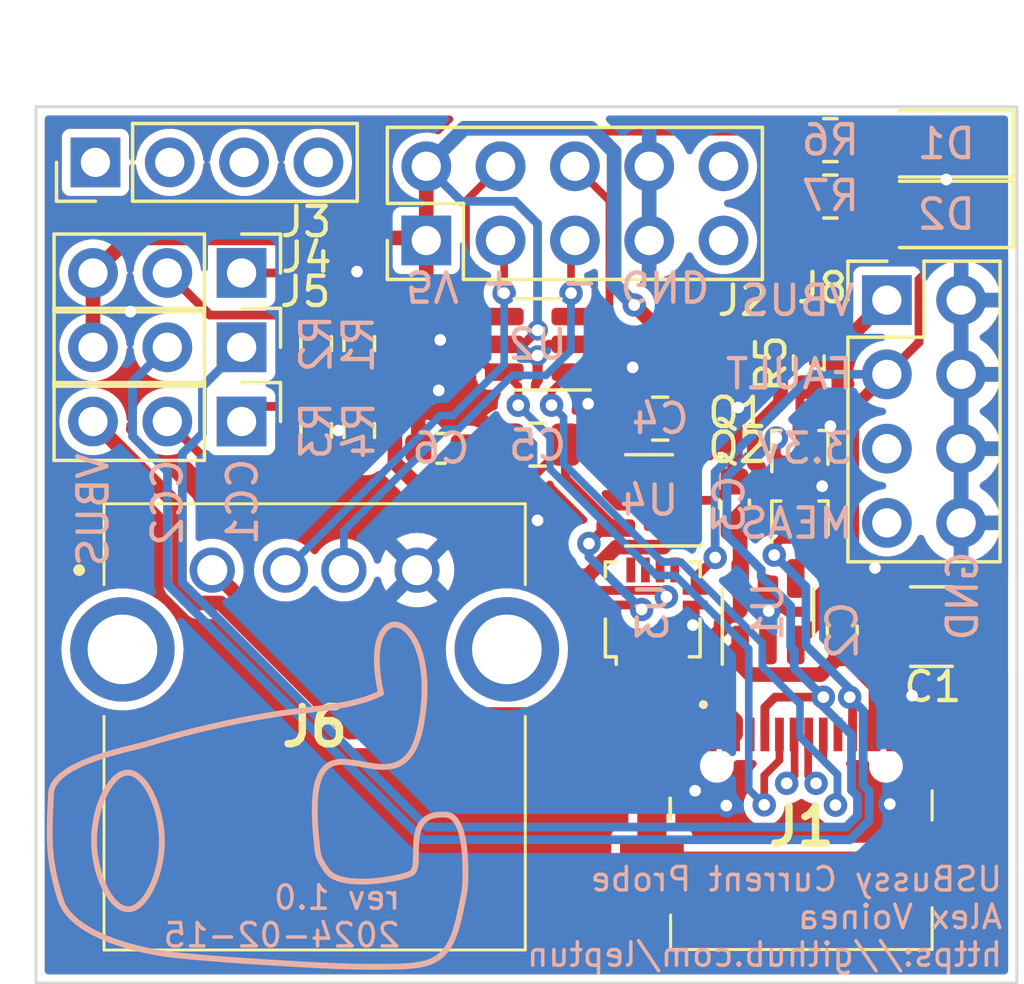
<source format=kicad_pcb>
(kicad_pcb (version 20221018) (generator pcbnew)
  (title_block (title "USBussy Current Probe") (date "2024-02-15") (rev "1.0"))
  (layers (0 "F.Cu" signal) (1 "In1.Cu" signal) (2 "In2.Cu" signal) (31 "B.Cu" signal) (34 "B.Paste" user) (35 "F.Paste" user) (36 "B.SilkS" user "B.Silkscreen") (37 "F.SilkS" user "F.Silkscreen") (38 "B.Mask" user) (39 "F.Mask" user) (44 "Edge.Cuts" user))
  (net 0 "")
  (net 1 "+5V")
  (net 2 "GND")
  (net 3 "+3.3V")
  (net 4 "Net-(D1-A)")
  (net 5 "/FAULT")
  (net 6 "Net-(D2-A)")
  (net 7 "/USB_C_VBUS")
  (net 8 "/USB_C_CC1")
  (net 9 "/P1+")
  (net 10 "/P1-")
  (net 12 "/USB_C_CC2")
  (net 14 "unconnected-(J1-SHIELD-PadS1)")
  (net 15 "/P0-")
  (net 16 "/P0+")
  (net 19 "Net-(J3-Pin_1)")
  (net 20 "Net-(J3-Pin_2)")
  (net 21 "Net-(J5-Pin_1)")
  (net 22 "Net-(J5-Pin_2)")
  (net 23 "unconnected-(J6-Shield-Pad5)")
  (net 25 "VBUS")
  (net 29 "/CURR_MEAS")
  (net 30 "Net-(Q1-D)")
  (footprint "Sensor_Current:Allegro_QFN-12-10-1EP_3x3mm_P0.5mm" (layer "F.Cu") (at 50.165 75.311 90)
    (fp_text reference "U3" (at 0 0 -90) (layer "B.SilkS") (effects (justify mirror)))
    (fp_text value "ACS711xEXLT-15AB")
    (pad "1" smd rect (at -1.32 -0.5 90) (size 1.07 0.8) (layers "F.Cu" "F.Paste" "F.Mask") (net 1 "+5V"))
    (pad "1" smd rect (at -0.785 -0.7 135) (size 0.2828 0.2828) (layers "F.Cu" "F.Paste" "F.Mask") (net 1 "+5V"))
    (pad "1" smd rect (at -0.685 -0.4 90) (size 0.2 0.6) (layers "F.Cu" "F.Paste" "F.Mask") (net 1 "+5V"))
    (pad "2" smd rect (at -1.32 0.5 90) (size 1.07 0.8) (layers "F.Cu" "F.Paste" "F.Mask") (net 25 "VBUS"))
    (pad "2" smd rect (at -0.785 0.7 135) (size 0.2828 0.2828) (layers "F.Cu" "F.Paste" "F.Mask") (net 25 "VBUS"))
    (pad "2" smd rect (at -0.685 0.4 90) (size 0.2 0.6) (layers "F.Cu" "F.Paste" "F.Mask") (net 25 "VBUS"))
    (pad "3" smd rect (at 0.23 1.45 90) (size 0.3 0.85) (layers "F.Cu" "F.Paste" "F.Mask") (net 2 "GND"))
    (pad "4" smd rect (at 0.73 1.45 90) (size 0.3 0.85) (layers "F.Cu" "F.Paste" "F.Mask") (net 5 "/FAULT"))
    (pad "5" smd rect (at 1.43 0.75 90) (size 0.85 0.3) (layers "F.Cu" "F.Paste" "F.Mask"))
    (pad "6" smd rect (at 1.43 0.25 90) (size 0.85 0.3) (layers "F.Cu" "F.Paste" "F.Mask"))
    (pad "7" smd rect (at 1.43 -0.25 90) (size 0.85 0.3) (layers "F.Cu" "F.Paste" "F.Mask"))
    (pad "8" smd rect (at 1.43 -0.75 90) (size 0.85 0.3) (layers "F.Cu" "F.Paste" "F.Mask"))
    (pad "9" smd rect (at 0.73 -1.45 90) (size 0.3 0.85) (layers "F.Cu" "F.Paste" "F.Mask") (net 29 "/CURR_MEAS"))
    (pad "10" smd rect (at 0.23 -1.45 90) (size 0.3 0.85) (layers "F.Cu" "F.Paste" "F.Mask") (net 3 "+3.3V"))
  )
  (footprint "LED_SMD:LED_1206_3216Metric" (layer "F.Cu") (at 60.198 59.309 180)
    (fp_text reference "D1" (at 0 0) (layer "B.SilkS") (effects (justify mirror)))
    (fp_text value "POWER")
    (pad "1" smd roundrect (at -1.4 0 180) (size 1.25 1.75) (layers "F.Cu" "F.Paste" "F.Mask") (roundrect_rratio 0.2) (net 2 "GND"))
    (pad "2" smd roundrect (at 1.4 0 180) (size 1.25 1.75) (layers "F.Cu" "F.Paste" "F.Mask") (roundrect_rratio 0.2) (net 4 "Net-(D1-A)"))
  )
  (footprint "Resistor_SMD:R_0603_1608Metric" (layer "F.Cu") (at 40.132 69.1134 90)
    (fp_text reference "R4" (at 0 0 -90) (layer "B.SilkS") (effects (justify mirror)))
    (fp_text value "5.1K")
    (pad "1" smd roundrect (at -0.825 0 90) (size 0.8 0.95) (layers "F.Cu" "F.Paste" "F.Mask") (net 22 "Net-(J5-Pin_2)"))
    (pad "2" smd roundrect (at 0.825 0 90) (size 0.8 0.95) (layers "F.Cu" "F.Paste" "F.Mask") (net 2 "GND"))
  )
  (footprint "Connector_PinHeader_2.54mm:PinHeader_1x03_P2.54mm_Vertical" (layer "F.Cu") (at 36.111301 66.265699 -90)
    (fp_text reference "J4" (at -3.070499 -2.217299 -180) (layer "F.SilkS"))
    (fp_text value "CFG_COM")
    (pad "1" thru_hole rect (at 0 0 270) (size 1.7 1.7) (drill 1) (layers "*.Cu" "*.Mask") (net 8 "/USB_C_CC1"))
    (pad "2" thru_hole oval (at 0 2.54 270) (size 1.7 1.7) (drill 1) (layers "*.Cu" "*.Mask") (net 12 "/USB_C_CC2"))
    (pad "3" thru_hole oval (at 0 5.08 270) (size 1.7 1.7) (drill 1) (layers "*.Cu" "*.Mask") (net 1 "+5V"))
  )
  (footprint "leptunKicadLib:USB4110-GF-A" (layer "F.Cu") (at 55.245 83.185)
    (fp_text reference "J1" (at 0 -0.536) (layer "F.SilkS") (effects (font (size 1.27 1.27) (thickness 0.254))))
    (fp_text value "USB_C_Receptacle_USB2.0" hide)
    (pad "" np_thru_hole circle (at -2.89 -2.603) (size 0.65 0.65) (drill 0.65) (layers "*.Cu" "*.Mask"))
    (pad "" np_thru_hole circle (at 2.89 -2.603) (size 0.65 0.65) (drill 0.65) (layers "*.Cu" "*.Mask"))
    (pad "A1" smd rect (at -3.35 -3.678) (size 0.3 1.15) (layers "F.Cu" "F.Paste" "F.Mask") (net 2 "GND"))
    (pad "A4" smd rect (at -2.55 -3.678) (size 0.3 1.15) (layers "F.Cu" "F.Paste" "F.Mask") (net 7 "/USB_C_VBUS"))
    (pad "A5" smd rect (at -1.25 -3.678) (size 0.3 1.15) (layers "F.Cu" "F.Paste" "F.Mask") (net 8 "/USB_C_CC1"))
    (pad "A6" smd rect (at -0.25 -3.678) (size 0.3 1.15) (layers "F.Cu" "F.Paste" "F.Mask") (net 9 "/P1+"))
    (pad "A7" smd rect (at 0.25 -3.678) (size 0.3 1.15) (layers "F.Cu" "F.Paste" "F.Mask") (net 10 "/P1-"))
    (pad "A8" smd rect (at 1.25 -3.678) (size 0.3 1.15) (layers "F.Cu" "F.Paste" "F.Mask"))
    (pad "A9" smd rect (at 2.55 -3.678) (size 0.3 1.15) (layers "F.Cu" "F.Paste" "F.Mask") (net 7 "/USB_C_VBUS"))
    (pad "A12" smd rect (at 3.35 -3.678) (size 0.3 1.15) (layers "F.Cu" "F.Paste" "F.Mask") (net 2 "GND"))
    (pad "B1" smd rect (at 3.05 -3.678) (size 0.3 1.15) (layers "F.Cu" "F.Paste" "F.Mask") (net 2 "GND"))
    (pad "B4" smd rect (at 2.25 -3.678) (size 0.3 1.15) (layers "F.Cu" "F.Paste" "F.Mask") (net 7 "/USB_C_VBUS"))
    (pad "B5" smd rect (at 1.75 -3.678) (size 0.3 1.15) (layers "F.Cu" "F.Paste" "F.Mask") (net 12 "/USB_C_CC2"))
    (pad "B6" smd rect (at 0.75 -3.678) (size 0.3 1.15) (layers "F.Cu" "F.Paste" "F.Mask") (net 9 "/P1+"))
    (pad "B7" smd rect (at -0.75 -3.678) (size 0.3 1.15) (layers "F.Cu" "F.Paste" "F.Mask") (net 10 "/P1-"))
    (pad "B8" smd rect (at -1.75 -3.678) (size 0.3 1.15) (layers "F.Cu" "F.Paste" "F.Mask"))
    (pad "B9" smd rect (at -2.25 -3.678) (size 0.3 1.15) (layers "F.Cu" "F.Paste" "F.Mask") (net 7 "/USB_C_VBUS"))
    (pad "B12" smd rect (at -3.05 -3.678) (size 0.3 1.15) (layers "F.Cu" "F.Paste" "F.Mask") (net 2 "GND"))
    (pad "S1" smd rect (at -5.11 -3.103 90) (size 2 2.18) (layers "F.Cu" "F.Paste" "F.Mask") (net 14 "unconnected-(J1-SHIELD-PadS1)"))
    (pad "S1" smd rect (at -5.11 0.827 90) (size 2 2.18) (layers "F.Cu" "F.Paste" "F.Mask") (net 14 "unconnected-(J1-SHIELD-PadS1)"))
    (pad "S1" smd rect (at 5.11 -3.103 90) (size 2 2.18) (layers "F.Cu" "F.Paste" "F.Mask") (net 14 "unconnected-(J1-SHIELD-PadS1)"))
    (pad "S1" smd rect (at 5.11 0.827 90) (size 2 2.18) (layers "F.Cu" "F.Paste" "F.Mask") (net 14 "unconnected-(J1-SHIELD-PadS1)"))
  )
  (footprint "Package_TO_SOT_SMD:SOT-416" (layer "F.Cu") (at 55.1942 72.0344 90)
    (fp_text reference "Q2" (at 2.3368 -2.1336) (layer "F.SilkS"))
    (fp_text value "RE1C002UN")
    (pad "1" smd rect (at -0.65 -0.5 90) (size 0.6 0.5) (layers "F.Cu" "F.Paste" "F.Mask") (net 12 "/USB_C_CC2"))
    (pad "2" smd rect (at -0.65 0.5 90) (size 0.6 0.5) (layers "F.Cu" "F.Paste" "F.Mask") (net 2 "GND"))
    (pad "3" smd rect (at 0.65 0 90) (size 0.6 0.5) (layers "F.Cu" "F.Paste" "F.Mask") (net 30 "Net-(Q1-D)"))
  )
  (footprint "Capacitor_SMD:C_0603_1608Metric" (layer "F.Cu") (at 42.926 69.723 180)
    (fp_text reference "C6" (at 0 0) (layer "B.SilkS") (effects (justify mirror)))
    (fp_text value "100nF")
    (pad "1" smd roundrect (at -0.775 0 180) (size 0.9 0.95) (layers "F.Cu" "F.Paste" "F.Mask") (net 3 "+3.3V"))
    (pad "2" smd roundrect (at 0.775 0 180) (size 0.9 0.95) (layers "F.Cu" "F.Paste" "F.Mask") (net 2 "GND"))
  )
  (footprint "Capacitor_SMD:C_0603_1608Metric" (layer "F.Cu") (at 52.959 71.628 -90)
    (fp_text reference "C3" (at 0 0.1778 -270) (layer "B.SilkS") (effects (justify mirror)))
    (fp_text value "100nF")
    (pad "1" smd roundrect (at -0.775 0 270) (size 0.9 0.95) (layers "F.Cu" "F.Paste" "F.Mask") (net 2 "GND"))
    (pad "2" smd roundrect (at 0.775 0 270) (size 0.9 0.95) (layers "F.Cu" "F.Paste" "F.Mask") (net 25 "VBUS"))
  )
  (footprint "Capacitor_SMD:C_0805_2012Metric" (layer "F.Cu") (at 50.419 68.707 180)
    (fp_text reference "C4" (at 0 0 -360) (layer "B.SilkS") (effects (justify mirror)))
    (fp_text value "1uF")
    (pad "1" smd roundrect (at -0.95 0 180) (size 1 1.45) (layers "F.Cu" "F.Paste" "F.Mask") (net 1 "+5V"))
    (pad "2" smd roundrect (at 0.95 0 180) (size 1 1.45) (layers "F.Cu" "F.Paste" "F.Mask") (net 2 "GND"))
  )
  (footprint "Package_TO_SOT_SMD:SOT-23-6" (layer "F.Cu") (at 46.228 66.167 180)
    (fp_text reference "U2" (at 0 0) (layer "B.SilkS") (effects (justify mirror)))
    (fp_text value "USBLC6-4SC6")
    (pad "1" smd roundrect (at -1.1375 -0.95 180) (size 1.325 0.6) (layers "F.Cu" "F.Paste" "F.Mask") (net 9 "/P1+"))
    (pad "2" smd roundrect (at -1.1375 0 180) (size 1.325 0.6) (layers "F.Cu" "F.Paste" "F.Mask") (net 2 "GND"))
    (pad "3" smd roundrect (at -1.1375 0.95 180) (size 1.325 0.6) (layers "F.Cu" "F.Paste" "F.Mask") (net 16 "/P0+"))
    (pad "4" smd roundrect (at 1.1375 0.95 180) (size 1.325 0.6) (layers "F.Cu" "F.Paste" "F.Mask") (net 15 "/P0-"))
    (pad "5" smd roundrect (at 1.1375 0 180) (size 1.325 0.6) (layers "F.Cu" "F.Paste" "F.Mask") (net 1 "+5V"))
    (pad "6" smd roundrect (at 1.1375 -0.95 180) (size 1.325 0.6) (layers "F.Cu" "F.Paste" "F.Mask") (net 10 "/P1-"))
  )
  (footprint "Package_TO_SOT_SMD:SOT-23-5" (layer "F.Cu") (at 50.038 71.501 180)
    (fp_text reference "U4" (at 0 0) (layer "B.SilkS") (effects (justify mirror)))
    (fp_text value "AP2112K-3.3")
    (pad "1" smd roundrect (at -1.1375 -0.95 180) (size 1.325 0.6) (layers "F.Cu" "F.Paste" "F.Mask") (net 1 "+5V"))
    (pad "2" smd roundrect (at -1.1375 0 180) (size 1.325 0.6) (layers "F.Cu" "F.Paste" "F.Mask") (net 2 "GND"))
    (pad "3" smd roundrect (at -1.1375 0.95 180) (size 1.325 0.6) (layers "F.Cu" "F.Paste" "F.Mask") (net 1 "+5V"))
    (pad "4" smd roundrect (at 1.1375 0.95 180) (size 1.325 0.6) (layers "F.Cu" "F.Paste" "F.Mask"))
    (pad "5" smd roundrect (at 1.1375 -0.95 180) (size 1.325 0.6) (layers "F.Cu" "F.Paste" "F.Mask") (net 3 "+3.3V"))
  )
  (footprint "LED_SMD:LED_1206_3216Metric" (layer "F.Cu") (at 60.198 61.722 180)
    (fp_text reference "D2" (at 0 0) (layer "B.SilkS") (effects (justify mirror)))
    (fp_text value "FAULT")
    (pad "1" smd roundrect (at -1.4 0 180) (size 1.25 1.75) (layers "F.Cu" "F.Paste" "F.Mask") (roundrect_rratio 0.2) (net 5 "/FAULT"))
    (pad "2" smd roundrect (at 1.4 0 180) (size 1.25 1.75) (layers "F.Cu" "F.Paste" "F.Mask") (roundrect_rratio 0.2) (net 6 "Net-(D2-A)"))
  )
  (footprint "Connector_PinHeader_2.54mm:PinHeader_1x03_P2.54mm_Vertical" (layer "F.Cu") (at 36.111301 63.725699 -90)
    (fp_text reference "J3" (at -1.749699 -2.202299) (layer "F.SilkS"))
    (fp_text value "CFG_OPT1")
    (pad "1" thru_hole rect (at 0 0 270) (size 1.7 1.7) (drill 1) (layers "*.Cu" "*.Mask") (net 19 "Net-(J3-Pin_1)"))
    (pad "2" thru_hole oval (at 0 2.54 270) (size 1.7 1.7) (drill 1) (layers "*.Cu" "*.Mask") (net 20 "Net-(J3-Pin_2)"))
    (pad "3" thru_hole oval (at 0 5.08 270) (size 1.7 1.7) (drill 1) (layers "*.Cu" "*.Mask") (net 1 "+5V"))
  )
  (footprint "Connector_PinHeader_2.54mm:PinHeader_1x04_P2.54mm_Vertical" (layer "F.Cu") (at 31.115 59.944 90)
    (fp_text reference "J7" hide)
    (fp_text value "Jumper holder")
    (pad "1" thru_hole rect (at 0 0 90) (size 1.7 1.7) (drill 1) (layers "*.Cu" "*.Mask"))
    (pad "2" thru_hole oval (at 0 2.54 90) (size 1.7 1.7) (drill 1) (layers "*.Cu" "*.Mask"))
    (pad "3" thru_hole oval (at 0 5.08 90) (size 1.7 1.7) (drill 1) (layers "*.Cu" "*.Mask"))
    (pad "4" thru_hole oval (at 0 7.62 90) (size 1.7 1.7) (drill 1) (layers "*.Cu" "*.Mask"))
  )
  (footprint "Resistor_SMD:R_0603_1608Metric" (layer "F.Cu") (at 40.132 66.1416 -90)
    (fp_text reference "R1" (at 0.0254 0.0254 -270) (layer "B.SilkS") (effects (justify mirror)))
    (fp_text value "52.3K")
    (pad "1" smd roundrect (at -0.825 0 270) (size 0.8 0.95) (layers "F.Cu" "F.Paste" "F.Mask") (net 19 "Net-(J3-Pin_1)"))
    (pad "2" smd roundrect (at 0.825 0 270) (size 0.8 0.95) (layers "F.Cu" "F.Paste" "F.Mask") (net 1 "+5V"))
  )
  (footprint "Resistor_SMD:R_0805_2012Metric" (layer "F.Cu") (at 56.2356 61.1124 180)
    (fp_text reference "R7" (at 0 0.0254) (layer "B.SilkS") (effects (justify mirror)))
    (fp_text value "1K")
    (pad "1" smd roundrect (at -0.9125 0 180) (size 1.025 1.4) (layers "F.Cu" "F.Paste" "F.Mask") (roundrect_rratio 0.243902439) (net 6 "Net-(D2-A)"))
    (pad "2" smd roundrect (at 0.9125 0 180) (size 1.025 1.4) (layers "F.Cu" "F.Paste" "F.Mask") (roundrect_rratio 0.243902439) (net 1 "+5V"))
  )
  (footprint "Resistor_SMD:R_0805_2012Metric" (layer "F.Cu") (at 56.2356 59.182 180)
    (fp_text reference "R6" (at 0 0) (layer "B.SilkS") (effects (justify mirror)))
    (fp_text value "1K")
    (pad "1" smd roundrect (at -0.9125 0 180) (size 1.025 1.4) (layers "F.Cu" "F.Paste" "F.Mask") (roundrect_rratio 0.243902439) (net 4 "Net-(D1-A)"))
    (pad "2" smd roundrect (at 0.9125 0 180) (size 1.025 1.4) (layers "F.Cu" "F.Paste" "F.Mask") (roundrect_rratio 0.243902439) (net 1 "+5V"))
  )
  (footprint "leptunKicadLib:67643-0910" (layer "F.Cu") (at 35.108 73.888)
    (fp_text reference "J6" (at 3.5 5.36) (layer "F.SilkS") (effects (font (size 1.27 1.27) (thickness 0.254))))
    (fp_text value "USB_A" hide)
    (pad "1" thru_hole circle (at 0 0) (size 1.545 1.545) (drill 1.03) (layers "*.Cu" "*.Mask") (net 25 "VBUS"))
    (pad "2" thru_hole circle (at 2.5 0) (size 1.545 1.545) (drill 1.03) (layers "*.Cu" "*.Mask") (net 15 "/P0-"))
    (pad "3" thru_hole circle (at 4.5 0) (size 1.545 1.545) (drill 1.03) (layers "*.Cu" "*.Mask") (net 16 "/P0+"))
    (pad "4" thru_hole circle (at 7 0) (size 1.545 1.545) (drill 1.03) (layers "*.Cu" "*.Mask") (net 2 "GND"))
    (pad "5" thru_hole circle (at -3.07 2.71) (size 3.57 3.57) (drill 2.38) (layers "*.Cu" "*.Mask") (net 23 "unconnected-(J6-Shield-Pad5)"))
    (pad "5" thru_hole circle (at 10.07 2.71) (size 3.57 3.57) (drill 2.38) (layers "*.Cu" "*.Mask") (net 23 "unconnected-(J6-Shield-Pad5)"))
  )
  (footprint "Resistor_SMD:R_0603_1608Metric" (layer "F.Cu") (at 38.6588 69.1134 -90)
    (fp_text reference "R3" (at 0 0 -90) (layer "B.SilkS") (effects (justify mirror)))
    (fp_text value "5.1K")
    (pad "1" smd roundrect (at -0.825 0 270) (size 0.8 0.95) (layers "F.Cu" "F.Paste" "F.Mask") (net 21 "Net-(J5-Pin_1)"))
    (pad "2" smd roundrect (at 0.825 0 270) (size 0.8 0.95) (layers "F.Cu" "F.Paste" "F.Mask") (net 2 "GND"))
  )
  (footprint "Connector_PinHeader_2.54mm:PinHeader_1x03_P2.54mm_Vertical" (layer "F.Cu") (at 36.111301 68.805699 -90)
    (fp_text reference "J5" (at -4.442099 -2.176899) (layer "F.SilkS"))
    (fp_text value "CFG_OPT2")
    (pad "1" thru_hole rect (at 0 0 270) (size 1.7 1.7) (drill 1) (layers "*.Cu" "*.Mask") (net 21 "Net-(J5-Pin_1)"))
    (pad "2" thru_hole oval (at 0 2.54 270) (size 1.7 1.7) (drill 1) (layers "*.Cu" "*.Mask") (net 22 "Net-(J5-Pin_2)"))
    (pad "3" thru_hole oval (at 0 5.08 270) (size 1.7 1.7) (drill 1) (layers "*.Cu" "*.Mask") (net 7 "/USB_C_VBUS"))
  )
  (footprint "Resistor_SMD:R_0603_1608Metric" (layer "F.Cu") (at 55.499 66.802 -90)
    (fp_text reference "R5" (at 0.0254 1.2954 90) (layer "F.SilkS"))
    (fp_text value "10K")
    (pad "1" smd roundrect (at -0.825 0 270) (size 0.8 0.95) (layers "F.Cu" "F.Paste" "F.Mask") (net 25 "VBUS"))
    (pad "2" smd roundrect (at 0.825 0 270) (size 0.8 0.95) (layers "F.Cu" "F.Paste" "F.Mask") (net 30 "Net-(Q1-D)"))
  )
  (footprint "Connector_PinHeader_2.54mm:PinHeader_2x04_P2.54mm_Vertical" (layer "F.Cu") (at 58.166 64.653)
    (fp_text reference "J8" (at -2.2098 -0.4164) (layer "F.SilkS"))
    (fp_text value "MEAS")
    (pad "1" thru_hole rect (at 0 0) (size 1.7 1.7) (drill 1) (layers "*.Cu" "*.Mask") (net 25 "VBUS"))
    (pad "2" thru_hole oval (at 2.54 0) (size 1.7 1.7) (drill 1) (layers "*.Cu" "*.Mask") (net 2 "GND"))
    (pad "3" thru_hole oval (at 0 2.54) (size 1.7 1.7) (drill 1) (layers "*.Cu" "*.Mask") (net 5 "/FAULT"))
    (pad "4" thru_hole oval (at 2.54 2.54) (size 1.7 1.7) (drill 1) (layers "*.Cu" "*.Mask") (net 2 "GND"))
    (pad "5" thru_hole oval (at 0 5.08) (size 1.7 1.7) (drill 1) (layers "*.Cu" "*.Mask") (net 3 "+3.3V"))
    (pad "6" thru_hole oval (at 2.54 5.08) (size 1.7 1.7) (drill 1) (layers "*.Cu" "*.Mask") (net 2 "GND"))
    (pad "7" thru_hole oval (at 0 7.62) (size 1.7 1.7) (drill 1) (layers "*.Cu" "*.Mask") (net 29 "/CURR_MEAS"))
    (pad "8" thru_hole oval (at 2.54 7.62) (size 1.7 1.7) (drill 1) (layers "*.Cu" "*.Mask") (net 2 "GND"))
  )
  (footprint "Capacitor_SMD:C_0805_2012Metric" (layer "F.Cu") (at 46.228 69.596 180)
    (fp_text reference "C5" (at 0 -0.0254) (layer "B.SilkS") (effects (justify mirror)))
    (fp_text value "1uF")
    (pad "1" smd roundrect (at -0.95 0 180) (size 1 1.45) (layers "F.Cu" "F.Paste" "F.Mask") (net 3 "+3.3V"))
    (pad "2" smd roundrect (at 0.95 0 180) (size 1 1.45) (layers "F.Cu" "F.Paste" "F.Mask") (net 2 "GND"))
  )
  (footprint "Package_TO_SOT_SMD:SOT-416" (layer "F.Cu") (at 55.1942 69.6214 90)
    (fp_text reference "Q1" (at 1.1176 -2.1336 180) (layer "F.SilkS"))
    (fp_text value "RE1C002UN")
    (pad "1" smd rect (at -0.65 -0.5 90) (size 0.6 0.5) (layers "F.Cu" "F.Paste" "F.Mask") (net 8 "/USB_C_CC1"))
    (pad "2" smd rect (at -0.65 0.5 90) (size 0.6 0.5) (layers "F.Cu" "F.Paste" "F.Mask") (net 2 "GND"))
    (pad "3" smd rect (at 0.65 0 90) (size 0.6 0.5) (layers "F.Cu" "F.Paste" "F.Mask") (net 30 "Net-(Q1-D)"))
  )
  (footprint "Capacitor_SMD:C_1210_3225Metric" (layer "F.Cu") (at 59.69 75.819 180)
    (fp_text reference "C1" (at -0.0508 -2.0574) (layer "F.SilkS"))
    (fp_text value "22uF")
    (pad "1" smd roundrect (at -1.475 0 180) (size 1.15 2.7) (layers "F.Cu" "F.Paste" "F.Mask") (roundrect_rratio 0.2173913043) (net 2 "GND"))
    (pad "2" smd roundrect (at 1.475 0 180) (size 1.15 2.7) (layers "F.Cu" "F.Paste" "F.Mask") (roundrect_rratio 0.2173913043) (net 7 "/USB_C_VBUS"))
  )
  (footprint "Resistor_SMD:R_0603_1608Metric" (layer "F.Cu") (at 38.6588 66.1416 -90)
    (fp_text reference "R2" (at 0 0 -270) (layer "B.SilkS") (effects (justify mirror)))
    (fp_text value "52.3K")
    (pad "1" smd roundrect (at -0.825 0 270) (size 0.8 0.95) (layers "F.Cu" "F.Paste" "F.Mask") (net 20 "Net-(J3-Pin_2)"))
    (pad "2" smd roundrect (at 0.825 0 270) (size 0.8 0.95) (layers "F.Cu" "F.Paste" "F.Mask") (net 1 "+5V"))
  )
  (footprint "Connector_PinHeader_2.54mm:PinHeader_2x05_P2.54mm_Vertical" (layer "F.Cu") (at 42.423 62.616 90)
    (fp_text reference "J2" (at -2.0524 10.8154 180) (layer "F.SilkS"))
    (fp_text value "Mobo header")
    (pad "1" thru_hole rect (at 0 0 90) (size 1.7 1.7) (drill 1) (layers "*.Cu" "*.Mask") (net 1 "+5V"))
    (pad "2" thru_hole oval (at 2.54 0 90) (size 1.7 1.7) (drill 1) (layers "*.Cu" "*.Mask") (net 1 "+5V"))
    (pad "3" thru_hole oval (at 0 2.54 90) (size 1.7 1.7) (drill 1) (layers "*.Cu" "*.Mask") (net 15 "/P0-"))
    (pad "4" thru_hole oval (at 2.54 2.54 90) (size 1.7 1.7) (drill 1) (layers "*.Cu" "*.Mask") (net 10 "/P1-"))
    (pad "5" thru_hole oval (at 0 5.08 90) (size 1.7 1.7) (drill 1) (layers "*.Cu" "*.Mask") (net 16 "/P0+"))
    (pad "6" thru_hole oval (at 2.54 5.08 90) (size 1.7 1.7) (drill 1) (layers "*.Cu" "*.Mask") (net 9 "/P1+"))
    (pad "7" thru_hole oval (at 0 7.62 90) (size 1.7 1.7) (drill 1) (layers "*.Cu" "*.Mask") (net 2 "GND"))
    (pad "8" thru_hole oval (at 2.54 7.62 90) (size 1.7 1.7) (drill 1) (layers "*.Cu" "*.Mask") (net 2 "GND"))
    (pad "9" thru_hole oval (at 0 10.16 90) (size 1.7 1.7) (drill 1) (layers "*.Cu" "*.Mask"))
    (pad "10" thru_hole oval (at 2.54 10.16 90) (size 1.7 1.7) (drill 1) (layers "*.Cu" "*.Mask"))
  )
  (footprint "Capacitor_SMD:C_0603_1608Metric" (layer "F.Cu") (at 56.642 75.946 -90)
    (fp_text reference "C2" (at 0 0 -90) (layer "B.SilkS") (effects (justify mirror)))
    (fp_text value "100nF")
    (pad "1" smd roundrect (at -0.775 0 270) (size 0.9 0.95) (layers "F.Cu" "F.Paste" "F.Mask") (net 2 "GND"))
    (pad "2" smd roundrect (at 0.775 0 270) (size 0.9 0.95) (layers "F.Cu" "F.Paste" "F.Mask") (net 7 "/USB_C_VBUS"))
  )
  (footprint "Package_TO_SOT_SMD:SOT-23-5" (layer "F.Cu") (at 54.102 75.311 90)
    (fp_text reference "U1" (at 0 0 -270) (layer "B.SilkS") (effects (justify mirror)))
    (fp_text value "AP2151W")
    (pad "1" smd roundrect (at -1.1375 -0.95 90) (size 1.325 0.6) (layers "F.Cu" "F.Paste" "F.Mask") (net 7 "/USB_C_VBUS"))
    (pad "2" smd roundrect (at -1.1375 0 90) (size 1.325 0.6) (layers "F.Cu" "F.Paste" "F.Mask") (net 2 "GND"))
    (pad "3" smd roundrect (at -1.1375 0.95 90) (size 1.325 0.6) (layers "F.Cu" "F.Paste" "F.Mask") (net 5 "/FAULT"))
    (pad "4" smd roundrect (at 1.1375 0.95 90) (size 1.325 0.6) (layers "F.Cu" "F.Paste" "F.Mask") (net 30 "Net-(Q1-D)"))
    (pad "5" smd roundrect (at 1.1375 -0.95 90) (size 1.325 0.6) (layers "F.Cu" "F.Paste" "F.Mask") (net 25 "VBUS"))
  )
  (footprint "leptunKicadLib:AMOGUS" (layer "B.Cu") (at 36.6014 83.0834 -90)
    (fp_text reference "SYM1" hide)
    (fp_text value "~")
  )
  (gr_rect (start 29.083 58.039) (end 62.611 88.011) (stroke (width 0.1)) (fill none) (layer "Edge.Cuts"))
  (gr_text "FAULT" (at 57.0992 67.183) (layer "B.SilkS") (effects (font (size 1 1)) (justify left mirror)))
  (gr_text "3.3V" (at 57.0738 69.723) (layer "B.SilkS") (effects (font (size 1 1)) (justify left mirror)))
  (gr_text "CC2" (at 33.5788 71.5772 90) (layer "B.SilkS") (effects (font (size 1 1)) (justify mirror)))
  (gr_text "VBUS" (at 31.0388 71.8312 90) (layer "B.SilkS") (effects (font (size 1 1)) (justify mirror)))
  (gr_text "5V +  - GND" (at 46.9138 64.1604 180) (layer "B.SilkS") (effects (font (size 1 1)) (justify mirror)))
  (gr_text "rev ${REVISION}\n${ISSUE_DATE}" (at 41.6052 86.8426) (layer "B.SilkS") (effects (font (size 0.8 0.8) (thickness 0.12)) (justify left bottom mirror)))
  (gr_text "VBUS" (at 57.15 64.6684) (layer "B.SilkS") (effects (font (size 1 1)) (justify left mirror)))
  (gr_text "CC1" (at 36.1442 71.5518 90) (layer "B.SilkS") (effects (font (size 1 1)) (justify mirror)))
  (gr_text "USBussy Current Probe\nAlex Voinea\nhttps://github.com/leptun" (at 62.1792 87.503) (layer "B.SilkS") (effects (font (size 0.8 0.8) (thickness 0.12)) (justify left bottom mirror)))
  (gr_text "GND" (at 60.7568 73.152 90) (layer "B.SilkS") (effects (font (size 1 1)) (justify left mirror)))
  (gr_text "MEAS" (at 57.0992 72.2884) (layer "B.SilkS") (effects (font (size 1 1)) (justify left mirror)))
  (segment (start 42.423 64.6756) (end 42.423 62.616) (width 0.5) (layer "F.Cu") (net 1))
  (segment (start 51.369 68.707) (end 51.369 66.6598) (width 0.5) (layer "F.Cu") (net 1))
  (segment (start 55.3231 59.182) (end 55.3231 61.1124) (width 0.3) (layer "F.Cu") (net 1))
  (segment (start 31.031301 63.740699) (end 31.046301 63.725699) (width 0.5) (layer "F.Cu") (net 1))
  (segment (start 42.423 60.076) (end 42.423 62.616) (width 0.5) (layer "F.Cu") (net 1))
  (segment (start 51.1755 72.451) (end 50.5255 73.101) (width 0.5) (layer "F.Cu") (net 1))
  (segment (start 48.92 73.101) (end 47.94 74.081) (width 0.5) (layer "F.Cu") (net 1))
  (segment (start 42.332699 62.525699) (end 42.423 62.616) (width 0.5) (layer "F.Cu") (net 1))
  (segment (start 47.94 74.081) (end 45.214592 74.081) (width 0.5) (layer "F.Cu") (net 1))
  (segment (start 48.99 76.631) (end 49.665 76.631) (width 0.5) (layer "F.Cu") (net 1))
  (segment (start 32.246301 62.525699) (end 42.332699 62.525699) (width 0.5) (layer "F.Cu") (net 1))
  (segment (start 55.0171 58.876) (end 43.623 58.876) (width 0.3) (layer "F.Cu") (net 1))
  (segment (start 45.0905 66.167) (end 45.747076 66.167) (width 0.3) (layer "F.Cu") (net 1))
  (segment (start 45.747076 66.167) (end 46.228215 65.685861) (width 0.3) (layer "F.Cu") (net 1))
  (segment (start 47.94 75.581) (end 48.99 76.631) (width 0.5) (layer "F.Cu") (net 1))
  (segment (start 51.369 66.6598) (end 49.53 64.8208) (width 0.5) (layer "F.Cu") (net 1))
  (segment (start 51.369 68.707) (end 51.369 70.3575) (width 0.5) (layer "F.Cu") (net 1))
  (segment (start 50.5255 73.101) (end 48.92 73.101) (width 0.5) (layer "F.Cu") (net 1))
  (segment (start 47.94 74.081) (end 47.94 75.581) (width 0.5) (layer "F.Cu") (net 1))
  (segment (start 45.214592 74.081) (end 41.351 70.217408) (width 0.5) (layer "F.Cu") (net 1))
  (segment (start 41.351 65.7476) (end 42.423 64.6756) (width 0.5) (layer "F.Cu") (net 1))
  (segment (start 41.351 70.217408) (end 41.351 65.7476) (width 0.5) (layer "F.Cu") (net 1))
  (segment (start 31.031301 66.265699) (end 31.031301 63.740699) (width 0.5) (layer "F.Cu") (net 1))
  (segment (start 55.3231 59.182) (end 55.0171 58.876) (width 0.3) (layer "F.Cu") (net 1))
  (segment (start 40.132 66.9666) (end 42.423 64.6756) (width 0.5) (layer "F.Cu") (net 1))
  (segment (start 38.6588 66.9666) (end 40.132 66.9666) (width 0.5) (layer "F.Cu") (net 1))
  (segment (start 43.623 58.876) (end 42.423 60.076) (width 0.3) (layer "F.Cu") (net 1))
  (segment (start 31.046301 63.725699) (end 32.246301 62.525699) (width 0.5) (layer "F.Cu") (net 1))
  (via (at 46.228215 65.685861) (size 0.7) (drill 0.4) (layers "F.Cu" "B.Cu") (net 1))
  (via (at 49.53 64.8208) (size 0.8) (drill 0.4) (layers "F.Cu" "B.Cu") (net 1))
  (segment (start 49.53 64.8208) (end 48.843 64.1338) (width 0.5) (layer "B.Cu") (net 1))
  (segment (start 45.460057 61.276) (end 43.623 61.276) (width 0.3) (layer "B.Cu") (net 1))
  (segment (start 48.041478 58.776) (end 43.723 58.776) (width 0.5) (layer "B.Cu") (net 1))
  (segment (start 46.228215 65.685861) (end 46.228215 62.044158) (width 0.3) (layer "B.Cu") (net 1))
  (segment (start 43.723 58.776) (end 42.423 60.076) (width 0.5) (layer "B.Cu") (net 1))
  (segment (start 46.228215 62.044158) (end 45.460057 61.276) (width 0.3) (layer "B.Cu") (net 1))
  (segment (start 48.843 59.577522) (end 48.041478 58.776) (width 0.5) (layer "B.Cu") (net 1))
  (segment (start 48.843 64.1338) (end 48.843 59.577522) (width 0.5) (layer "B.Cu") (net 1))
  (segment (start 43.623 61.276) (end 42.423 60.076) (width 0.3) (layer "B.Cu") (net 1))
  (segment (start 51.1755 71.501) (end 52.311 71.501) (width 0.3) (layer "F.Cu") (net 2))
  (segment (start 53.086 70.726) (end 52.959 70.853) (width 0.3) (layer "F.Cu") (net 2))
  (segment (start 55.6942 72.6844) (end 55.6942 71.2804) (width 0.3) (layer "F.Cu") (net 2))
  (segment (start 51.58 79.822) (end 51.58 81.3996) (width 0.4) (layer "F.Cu") (net 2))
  (segment (start 51.895 79.507) (end 51.58 79.822) (width 0.4) (layer "F.Cu") (net 2))
  (segment (start 49.968938 70.956937) (end 49.968938 69.206938) (width 0.3) (layer "F.Cu") (net 2))
  (segment (start 51.615 75.6898) (end 51.5366 75.7682) (width 0.3) (layer "F.Cu") (net 2))
  (segment (start 49.968938 69.206938) (end 49.469 68.707) (width 0.3) (layer "F.Cu") (net 2))
  (segment (start 53.086 68.326) (end 53.086 70.726) (width 0.3) (layer "F.Cu") (net 2))
  (segment (start 40.132 68.4652) (end 39.4838 69.1134) (width 0.3) (layer "F.Cu") (net 2))
  (segment (start 58.595 78.6158) (end 59.0296 78.1812) (width 0.5) (layer "F.Cu") (net 2))
  (segment (start 45.278 69.596) (end 43.4238 67.7418) (width 0.3) (layer "F.Cu") (net 2))
  (segment (start 56.642 74.93) (end 57.7596 73.8124) (width 0.3) (layer "F.Cu") (net 2))
  (segment (start 46.609 66.167) (end 46.228 66.548) (width 0.3) (layer "F.Cu") (net 2))
  (segment (start 39.4838 69.1134) (end 39.4208 69.1134) (width 0.3) (layer "F.Cu") (net 2))
  (segment (start 50.513001 71.501) (end 49.968938 70.956937) (width 0.3) (layer "F.Cu") (net 2))
  (segment (start 43.4238 67.7418) (end 42.8498 67.7418) (width 0.3) (layer "F.Cu") (net 2))
  (segment (start 40.132 68.2884) (end 40.132 68.4652) (width 0.3) (layer "F.Cu") (net 2))
  (segment (start 55.9562 71.0184) (end 55.9562 70.5334) (width 0.3) (layer "F.Cu") (net 2))
  (segment (start 52.311 71.501) (end 52.959 70.853) (width 0.3) (layer "F.Cu") (net 2))
  (segment (start 58.595 79.507) (end 58.595 78.6158) (width 0.5) (layer "F.Cu") (net 2))
  (segment (start 39.4208 69.1134) (end 39.4208 69.1764) (width 0.3) (layer "F.Cu") (net 2))
  (segment (start 39.4208 69.1764) (end 38.6588 69.9384) (width 0.3) (layer "F.Cu") (net 2))
  (segment (start 51.615 75.081) (end 51.615 75.6898) (width 0.3) (layer "F.Cu") (net 2))
  (segment (start 51.1755 71.501) (end 50.513001 71.501) (width 0.3) (layer "F.Cu") (net 2))
  (segment (start 55.9562 70.5334) (end 55.6942 70.2714) (width 0.3) (layer "F.Cu") (net 2))
  (segment (start 55.6942 71.2804) (end 55.9562 71.0184) (width 0.3) (layer "F.Cu") (net 2))
  (segment (start 56.642 75.171) (end 56.642 74.93) (width 0.3) (layer "F.Cu") (net 2))
  (segment (start 51.58 81.3996) (end 51.6128 81.4324) (width 0.4) (layer "F.Cu") (net 2))
  (segment (start 47.3655 66.167) (end 46.609 66.167) (width 0.3) (layer "F.Cu") (net 2))
  (via (at 47.9552 68.199) (size 0.8) (drill 0.4) (layers "F.Cu" "B.Cu") (net 2))
  (via (at 42.8498 67.7418) (size 0.8) (drill 0.4) (layers "F.Cu" "B.Cu") (net 2))
  (via (at 52.6796 81.9404) (size 0.8) (drill 0.4) (layers "F.Cu" "B.Cu") (net 2))
  (via (at 51.6128 81.4324) (size 0.8) (drill 0.4) (layers "F.Cu" "B.Cu") (net 2))
  (via (at 46.228 66.548) (size 0.7) (drill 0.4) (layers "F.Cu" "B.Cu") (net 2))
  (via (at 46.228 72.1868) (size 0.8) (drill 0.4) (layers "F.Cu" "B.Cu") (net 2))
  (via (at 40.0558 63.6778) (size 0.8) (drill 0.4) (layers "F.Cu" "B.Cu") (net 2))
  (via (at 55.9562 71.0184) (size 0.8) (drill 0.4) (layers "F.Cu" "B.Cu") (net 2))
  (via (at 32.3088 65.0494) (size 0.8) (drill 0.4) (layers "F.Cu" "B.Cu") (net 2))
  (via (at 42.9006 66.0146) (size 0.8) (drill 0.4) (layers "F.Cu" "B.Cu") (net 2))
  (via (at 39.4208 69.1134) (size 0.8) (drill 0.4) (layers "F.Cu" "B.Cu") (net 2))
  (via (at 51.5366 75.7682) (size 0.8) (drill 0.4) (layers "F.Cu" "B.Cu") (net 2))
  (via (at 54.1274 75.2856) (size 0.8) (drill 0.4) (layers "F.Cu" "B.Cu") (net 2))
  (via (at 59.0296 78.1812) (size 0.8) (drill 0.4) (layers "F.Cu" "B.Cu") (net 2))
  (via (at 53.086 68.326) (size 0.8) (drill 0.4) (layers "F.Cu" "B.Cu") (net 2))
  (via (at 49.4792 66.9544) (size 0.8) (drill 0.4) (layers "F.Cu" "B.Cu") (net 2))
  (via (at 56.2356 68.961) (size 0.8) (drill 0.4) (layers "F.Cu" "B.Cu") (net 2))
  (via (at 57.7596 73.8124) (size 0.8) (drill 0.4) (layers "F.Cu" "B.Cu") (net 2))
  (via (at 60.198 60.5282) (size 0.8) (drill 0.4) (layers "F.Cu" "B.Cu") (net 2))
  (via (at 58.2676 81.8896) (size 0.8) (drill 0.4) (layers "F.Cu" "B.Cu") (net 2))
  (segment (start 49.6302 75.081) (end 49.784 75.2348) (width 0.3) (layer "F.Cu") (net 3))
  (segment (start 48.715 75.081) (end 49.6302 75.081) (width 0.3) (layer "F.Cu") (net 3))
  (segment (start 48.9005 72.451) (end 48.510046 72.451) (width 0.3) (layer "F.Cu") (net 3))
  (segment (start 48.510046 72.451) (end 47.983723 72.977323) (width 0.3) (layer "F.Cu") (net 3))
  (segment (start 44.549 70.571) (end 46.203 70.571) (width 0.3) (layer "F.Cu") (net 3))
  (segment (start 47.178 70.7285) (end 48.9005 72.451) (width 0.3) (layer "F.Cu") (net 3))
  (segment (start 43.701 69.723) (end 44.549 70.571) (width 0.3) (layer "F.Cu") (net 3))
  (segment (start 46.203 70.571) (end 47.178 69.596) (width 0.3) (layer "F.Cu") (net 3))
  (segment (start 47.178 69.596) (end 47.178 70.7285) (width 0.3) (layer "F.Cu") (net 3))
  (via (at 47.983723 72.977323) (size 0.8) (drill 0.4) (layers "F.Cu" "B.Cu") (net 3))
  (via (at 49.784 75.2348) (size 0.8) (drill 0.4) (layers "F.Cu" "B.Cu") (net 3))
  (segment (start 47.983723 72.977323) (end 47.983723 73.434523) (width 0.3) (layer "B.Cu") (net 3))
  (segment (start 47.983723 73.434523) (end 49.784 75.2348) (width 0.3) (layer "B.Cu") (net 3))
  (segment (start 58.798 59.309) (end 57.2751 59.309) (width 0.3) (layer "F.Cu") (net 4))
  (segment (start 57.2751 59.309) (end 57.1481 59.182) (width 0.3) (layer "F.Cu") (net 4))
  (segment (start 57.016 68.343) (end 58.166 67.193) (width 0.4) (layer "F.Cu") (net 5))
  (segment (start 57.016 73.573304) (end 57.016 68.343) (width 0.4) (layer "F.Cu") (net 5))
  (segment (start 51.615 74.581) (end 51.615 74.1404) (width 0.3) (layer "F.Cu") (net 5))
  (segment (start 61.598 61.722) (end 61.4964 61.722) (width 0.3) (layer "F.Cu") (net 5))
  (segment (start 61.4964 61.722) (end 59.266 63.9524) (width 0.3) (layer "F.Cu") (net 5))
  (segment (start 59.266 63.9524) (end 59.266 66.093) (width 0.3) (layer "F.Cu") (net 5))
  (segment (start 55.867 74.722304) (end 57.016 73.573304) (width 0.4) (layer "F.Cu") (net 5))
  (segment (start 55.867 75.6335) (end 55.867 74.722304) (width 0.4) (layer "F.Cu") (net 5))
  (segment (start 59.266 66.093) (end 58.166 67.193) (width 0.3) (layer "F.Cu") (net 5))
  (segment (start 55.052 76.4485) (end 55.867 75.6335) (width 0.4) (layer "F.Cu") (net 5))
  (segment (start 51.615 74.1404) (end 52.2986 73.4568) (width 0.3) (layer "F.Cu") (net 5))
  (via (at 52.2986 73.4568) (size 0.8) (drill 0.4) (layers "F.Cu" "B.Cu") (net 5))
  (segment (start 52.2986 73.4568) (end 52.2986 70.539585) (width 0.3) (layer "B.Cu") (net 5))
  (segment (start 52.2986 70.539585) (end 55.645185 67.193) (width 0.3) (layer "B.Cu") (net 5))
  (segment (start 55.645185 67.193) (end 58.166 67.193) (width 0.3) (layer "B.Cu") (net 5))
  (segment (start 58.1884 61.1124) (end 58.798 61.722) (width 0.3) (layer "F.Cu") (net 6))
  (segment (start 57.1481 61.1124) (end 58.1884 61.1124) (width 0.3) (layer "F.Cu") (net 6))
  (segment (start 57.313 76.721) (end 58.215 75.819) (width 0.5) (layer "F.Cu") (net 7))
  (segment (start 51.4845 78.116) (end 53.152 76.4485) (width 0.5) (layer "F.Cu") (net 7))
  (segment (start 35.381972 75.0105) (end 39.797272 79.4258) (width 0.5) (layer "F.Cu") (net 7))
  (segment (start 52.695 76.9055) (end 53.152 76.4485) (width 0.5) (layer "F.Cu") (net 7))
  (segment (start 39.797272 79.4258) (end 46.543128 79.4258) (width 0.5) (layer "F.Cu") (net 7))
  (segment (start 56.642 76.721) (end 57.795 77.874) (width 0.5) (layer "F.Cu") (net 7))
  (segment (start 33.9855 71.744898) (end 33.9855 74.352955) (width 0.5) (layer "F.Cu") (net 7))
  (segment (start 52.995 79.507) (end 52.995 79.04) (width 0.5) (layer "F.Cu") (net 7))
  (segment (start 56.642 76.721) (end 57.313 76.721) (width 0.5) (layer "F.Cu") (net 7))
  (segment (start 31.046301 68.805699) (end 33.9855 71.744898) (width 0.5) (layer "F.Cu") (net 7))
  (segment (start 46.543128 79.4258) (end 47.852928 78.116) (width 0.5) (layer "F.Cu") (net 7))
  (segment (start 34.643045 75.0105) (end 35.381972 75.0105) (width 0.5) (layer "F.Cu") (net 7))
  (segment (start 33.9855 74.352955) (end 34.643045 75.0105) (width 0.5) (layer "F.Cu") (net 7))
  (segment (start 53.152 77.110999) (end 53.502001 77.461) (width 0.5) (layer "F.Cu") (net 7))
  (segment (start 47.852928 78.116) (end 51.4845 78.116) (width 0.5) (layer "F.Cu") (net 7))
  (segment (start 57.495 79.04) (end 57.795 78.74) (width 0.5) (layer "F.Cu") (net 7))
  (segment (start 53.502001 77.461) (end 55.902 77.461) (width 0.5) (layer "F.Cu") (net 7))
  (segment (start 55.902 77.461) (end 56.642 76.721) (width 0.5) (layer "F.Cu") (net 7))
  (segment (start 53.152 76.4485) (end 53.152 77.110999) (width 0.5) (layer "F.Cu") (net 7))
  (segment (start 52.695 78.74) (end 52.695 76.9055) (width 0.5) (layer "F.Cu") (net 7))
  (segment (start 57.795 78.74) (end 57.795 79.507) (width 0.5) (layer "F.Cu") (net 7))
  (segment (start 57.795 77.874) (end 57.795 78.74) (width 0.5) (layer "F.Cu") (net 7))
  (segment (start 52.995 79.04) (end 52.695 78.74) (width 0.5) (layer "F.Cu") (net 7))
  (segment (start 52.695 79.507) (end 52.695 78.74) (width 0.5) (layer "F.Cu") (net 7))
  (segment (start 57.495 79.507) (end 57.495 79.04) (width 0.5) (layer "F.Cu") (net 7))
  (segment (start 53.995 78.582) (end 54.345 78.232) (width 0.3) (layer "F.Cu") (net 8))
  (segment (start 54.345 78.232) (end 55.996497 78.232) (width 0.3) (layer "F.Cu") (net 8))
  (segment (start 54.388048 69.369376) (end 54.388048 69.965248) (width 0.3) (layer "F.Cu") (net 8))
  (segment (start 53.995 79.507) (end 53.995 78.582) (width 0.3) (layer "F.Cu") (net 8))
  (segment (start 54.388048 69.965248) (end 54.6942 70.2714) (width 0.3) (layer "F.Cu") (net 8))
  (via (at 54.388048 69.369376) (size 0.8) (drill 0.4) (layers "F.Cu" "B.Cu") (net 8))
  (via (at 55.996497 78.232) (size 0.8) (drill 0.4) (layers "F.Cu" "B.Cu") (net 8))
  (segment (start 54.396639 74.6356) (end 54.3918 74.6356) (width 0.3) (layer "B.Cu") (net 8))
  (segment (start 54.3918 74.6356) (end 53.8734 74.1172) (width 0.3) (layer "B.Cu") (net 8))
  (segment (start 34.7726 67.6044) (end 34.7726 69.215) (width 0.3) (layer "B.Cu") (net 8))
  (segment (start 53.8734 73.8734) (end 52.6986 72.6986) (width 0.3) (layer "B.Cu") (net 8))
  (segment (start 55 77.235503) (end 55 76.623551) (width 0.3) (layer "B.Cu") (net 8))
  (segment (start 56.957712 79.512912) (end 55.996497 78.551697) (width 0.3) (layer "B.Cu") (net 8))
  (segment (start 54.879 75.117961) (end 54.396639 74.6356) (width 0.3) (layer "B.Cu") (net 8))
  (segment (start 57.16149 81.613947) (end 56.957712 81.410169) (width 0.3) (layer "B.Cu") (net 8))
  (segment (start 53.8734 74.1172) (end 53.8734 73.8734) (width 0.3) (layer "B.Cu") (net 8))
  (segment (start 53.757424 70) (end 54.388048 69.369376) (width 0.3) (layer "B.Cu") (net 8))
  (segment (start 56.771392 82.674608) (end 57.16149 82.28451) (width 0.3) (layer "B.Cu") (net 8))
  (segment (start 55.996497 78.551697) (end 55.996497 78.232) (width 0.3) (layer "B.Cu") (net 8))
  (segment (start 52.6986 72.6986) (end 52.6986 70.705271) (width 0.3) (layer "B.Cu") (net 8))
  (segment (start 53.403871 70) (end 53.757424 70) (width 0.3) (layer "B.Cu") (net 8))
  (segment (start 42.441008 82.674608) (end 56.771392 82.674608) (width 0.3) (layer "B.Cu") (net 8))
  (segment (start 34.0855 69.9021) (end 34.0855 74.3191) (width 0.3) (layer "B.Cu") (net 8))
  (segment (start 52.6986 70.705271) (end 53.403871 70) (width 0.3) (layer "B.Cu") (net 8))
  (segment (start 34.0855 74.3191) (end 42.441008 82.674608) (width 0.3) (layer "B.Cu") (net 8))
  (segment (start 34.7726 69.215) (end 34.0855 69.9021) (width 0.3) (layer "B.Cu") (net 8))
  (segment (start 54.879 76.502551) (end 54.879 75.117961) (width 0.3) (layer "B.Cu") (net 8))
  (segment (start 56.957712 81.410169) (end 56.957712 79.512912) (width 0.3) (layer "B.Cu") (net 8))
  (segment (start 55.996497 78.232) (end 55 77.235503) (width 0.3) (layer "B.Cu") (net 8))
  (segment (start 36.111301 66.265699) (end 34.7726 67.6044) (width 0.3) (layer "B.Cu") (net 8))
  (segment (start 55 76.623551) (end 54.879 76.502551) (width 0.3) (layer "B.Cu") (net 8))
  (segment (start 57.16149 82.28451) (end 57.16149 81.613947) (width 0.3) (layer "B.Cu") (net 8))
  (segment (start 47.503 60.076) (end 48.683556 61.256556) (width 0.261112) (layer "F.Cu") (net 9))
  (segment (start 48.683556 61.256556) (end 48.683556 66.195208) (width 0.261112) (layer "F.Cu") (net 9))
  (segment (start 55.012843 79.524843) (end 55.012843 80.90889) (width 0.261112) (layer "F.Cu") (net 9))
  (segment (start 46.705654 68.247759) (end 46.705654 67.776846) (width 0.261112) (layer "F.Cu") (net 9))
  (segment (start 56.477156 80.875726) (end 55.995 80.39357) (width 0.261112) (layer "F.Cu") (net 9))
  (segment (start 47.761764 67.117) (end 47.3655 67.117) (width 0.261112) (layer "F.Cu") (net 9))
  (segment (start 55.995 80.39357) (end 55.995 79.507) (width 0.261112) (layer "F.Cu") (net 9))
  (segment (start 56.41149 81.924608) (end 56.477156 81.858942) (width 0.261112) (layer "F.Cu") (net 9))
  (segment (start 46.705654 67.776846) (end 47.3655 67.117) (width 0.261112) (layer "F.Cu") (net 9))
  (segment (start 56.477156 81.858942) (end 56.477156 80.875726) (width 0.261112) (layer "F.Cu") (net 9))
  (segment (start 48.683556 66.195208) (end 47.761764 67.117) (width 0.261112) (layer "F.Cu") (net 9))
  (segment (start 55.012843 80.90889) (end 54.7434 81.178333) (width 0.261112) (layer "F.Cu") (net 9))
  (segment (start 54.995 79.507) (end 55.012843 79.524843) (width 0.261112) (layer "F.Cu") (net 9))
  (via (at 56.41149 81.924608) (size 0.8) (drill 0.4) (layers "F.Cu" "B.Cu") (net 9))
  (via (at 54.7434 81.178333) (size 0.8) (drill 0.4) (layers "F.Cu" "B.Cu") (net 9))
  (via (at 46.705654 68.247759) (size 0.8) (drill 0.4) (layers "F.Cu" "B.Cu") (net 9))
  (segment (start 56.477156 80.875726) (end 56.477156 81.858942) (width 0.261112) (layer "B.Cu") (net 9))
  (segment (start 56.477156 81.858942) (end 56.41149 81.924608) (width 0.261112) (layer "B.Cu") (net 9))
  (segment (start 46.705654 68.247759) (end 47.117813 68.659918) (width 0.261112) (layer "B.Cu") (net 9))
  (segment (start 53.907492 77.176158) (end 55.198112 78.466778) (width 0.261112) (layer "B.Cu") (net 9))
  (segment (start 50.486941 73.609231) (end 51.126257 73.609231) (width 0.261112) (layer "B.Cu") (net 9))
  (segment (start 47.117813 68.659918) (end 47.117813 70.240103) (width 0.261112) (layer "B.Cu") (net 9))
  (segment (start 47.117813 70.240103) (end 50.486941 73.609231) (width 0.261112) (layer "B.Cu") (net 9))
  (segment (start 53.907492 76.390466) (end 53.907492 77.176158) (width 0.261112) (layer "B.Cu") (net 9))
  (segment (start 55.198112 78.466778) (end 55.198112 79.596682) (width 0.261112) (layer "B.Cu") (net 9))
  (segment (start 55.198112 79.596682) (end 56.477156 80.875726) (width 0.261112) (layer "B.Cu") (net 9))
  (segment (start 51.126257 73.609231) (end 53.907492 76.390466) (width 0.261112) (layer "B.Cu") (net 9))
  (segment (start 55.495 79.507) (end 55.477157 79.524843) (width 0.261112) (layer "F.Cu") (net 10))
  (segment (start 44.694236 67.117) (end 45.0905 67.117) (width 0.261112) (layer "F.Cu") (net 10))
  (segment (start 45.5676 67.5941) (end 45.0905 67.117) (width 0.261112) (layer "F.Cu") (net 10))
  (segment (start 54.495 80.39357) (end 53.975 80.91357) (width 0.261112) (layer "F.Cu") (net 10))
  (segment (start 55.477157 79.524843) (end 55.477157 80.90889) (width 0.261112) (layer "F.Cu") (net 10))
  (segment (start 55.477157 80.90889) (end 55.7466 81.178333) (width 0.261112) (layer "F.Cu") (net 10))
  (segment (start 43.782444 61.256556) (end 43.782444 66.205208) (width 0.261112) (layer "F.Cu") (net 10))
  (segment (start 43.782444 66.205208) (end 44.694236 67.117) (width 0.261112) (layer "F.Cu") (net 10))
  (segment (start 54.495 79.507) (end 54.495 80.39357) (width 0.261112) (layer "F.Cu") (net 10))
  (segment (start 44.963 60.076) (end 43.782444 61.256556) (width 0.261112) (layer "F.Cu") (net 10))
  (segment (start 53.975 80.91357) (end 53.975 81.915) (width 0.261112) (layer "F.Cu") (net 10))
  (segment (start 45.5676 68.2498) (end 45.5676 67.5941) (width 0.261112) (layer "F.Cu") (net 10))
  (via (at 55.7466 81.178333) (size 0.8) (drill 0.4) (layers "F.Cu" "B.Cu") (net 10))
  (via (at 45.5676 68.2498) (size 0.8) (drill 0.4) (layers "F.Cu" "B.Cu") (net 10))
  (via (at 53.975 81.915) (size 0.8) (drill 0.4) (layers "F.Cu" "B.Cu") (net 10))
  (segment (start 50.295943 74.070343) (end 50.935259 74.070343) (width 0.261112) (layer "B.Cu") (net 10))
  (segment (start 46.653499 70.427899) (end 50.295943 74.070343) (width 0.261112) (layer "B.Cu") (net 10))
  (segment (start 46.653499 69.335699) (end 46.653499 70.427899) (width 0.261112) (layer "B.Cu") (net 10))
  (segment (start 45.5676 68.2498) (end 46.653499 69.335699) (width 0.261112) (layer "B.Cu") (net 10))
  (segment (start 50.935259 74.070343) (end 53.44638 76.581464) (width 0.261112) (layer "B.Cu") (net 10))
  (segment (start 53.44638 81.38638) (end 53.975 81.915) (width 0.261112) (layer "B.Cu") (net 10))
  (segment (start 53.44638 76.581464) (end 53.44638 81.38638) (width 0.261112) (layer "B.Cu") (net 10))
  (segment (start 54.316844 73.373367) (end 54.316844 73.061756) (width 0.3) (layer "F.Cu") (net 12))
  (segment (start 54.316844 73.061756) (end 54.6942 72.6844) (width 0.3) (layer "F.Cu") (net 12))
  (segment (start 56.995 79.507) (end 56.995 78.331) (width 0.3) (layer "F.Cu") (net 12))
  (segment (start 56.995 78.331) (end 56.896 78.232) (width 0.3) (layer "F.Cu") (net 12))
  (via (at 56.896 78.232) (size 0.8) (drill 0.4) (layers "F.Cu" "B.Cu") (net 12))
  (via (at 54.316844 73.373367) (size 0.8) (drill 0.4) (layers "F.Cu" "B.Cu") (net 12))
  (segment (start 56.896 78.232) (end 56.896 77.953865) (width 0.3) (layer "B.Cu") (net 12))
  (segment (start 56.896 77.953865) (end 55.4 76.457865) (width 0.3) (layer "B.Cu") (net 12))
  (segment (start 57.56149 81.448262) (end 57.357712 81.244484) (width 0.3) (layer "B.Cu") (net 12))
  (segment (start 57.357712 78.693712) (end 56.896 78.232) (width 0.3) (layer "B.Cu") (net 12))
  (segment (start 33.571301 66.265699) (end 32.385 67.452) (width 0.3) (layer "B.Cu") (net 12))
  (segment (start 57.56149 82.450195) (end 57.56149 81.448262) (width 0.3) (layer "B.Cu") (net 12))
  (segment (start 55.4 74.456523) (end 54.316844 73.373367) (width 0.3) (layer "B.Cu") (net 12))
  (segment (start 33.5788 70.5104) (end 33.5788 74.378085) (width 0.3) (layer "B.Cu") (net 12))
  (segment (start 32.385 69.3166) (end 33.5788 70.5104) (width 0.3) (layer "B.Cu") (net 12))
  (segment (start 32.385 67.452) (end 32.385 69.3166) (width 0.3) (layer "B.Cu") (net 12))
  (segment (start 56.902886 83.1088) (end 57.56149 82.450195) (width 0.3) (layer "B.Cu") (net 12))
  (segment (start 42.309515 83.1088) (end 56.902886 83.1088) (width 0.3) (layer "B.Cu") (net 12))
  (segment (start 57.357712 81.244484) (end 57.357712 78.693712) (width 0.3) (layer "B.Cu") (net 12))
  (segment (start 55.4 76.457865) (end 55.4 74.456523) (width 0.3) (layer "B.Cu") (net 12))
  (segment (start 33.5788 74.378085) (end 42.309515 83.1088) (width 0.3) (layer "B.Cu") (net 12))
  (segment (start 50.135 84.012) (end 60.355 84.012) (width 1) (layer "F.Cu") (net 14))
  (segment (start 50.135 84.012) (end 50.135 80.082) (width 1) (layer "F.Cu") (net 14))
  (segment (start 60.355 84.012) (end 60.355 80.082) (width 1) (layer "F.Cu") (net 14))
  (segment (start 45.085 64.4144) (end 45.0905 64.4199) (width 0.261112) (layer "F.Cu") (net 15))
  (segment (start 45.0905 64.4199) (end 45.0905 65.217) (width 0.261112) (layer "F.Cu") (net 15))
  (segment (start 45.085 62.738) (end 44.963 62.616) (width 0.261112) (layer "F.Cu") (net 15))
  (segment (start 45.085 64.4144) (end 45.085 62.738) (width 0.261112) (layer "F.Cu") (net 15))
  (via (at 45.085 64.4144) (size 0.8) (drill 0.4) (layers "F.Cu" "B.Cu") (net 15))
  (segment (start 42.894156 68.601844) (end 37.608 73.888) (width 0.261112) (layer "B.Cu") (net 15))
  (segment (start 45.085 64.4144) (end 45.085 66.8528) (width 0.261112) (layer "B.Cu") (net 15))
  (segment (start 43.335956 68.601844) (end 42.894156 68.601844) (width 0.261112) (layer "B.Cu") (net 15))
  (segment (start 45.085 66.8528) (end 43.335956 68.601844) (width 0.261112) (layer "B.Cu") (net 15))
  (segment (start 47.3655 64.4199) (end 47.3655 65.217) (width 0.261112) (layer "F.Cu") (net 16))
  (segment (start 47.371 62.748) (end 47.503 62.616) (width 0.261112) (layer "F.Cu") (net 16))
  (segment (start 47.371 64.4144) (end 47.371 62.748) (width 0.261112) (layer "F.Cu") (net 16))
  (segment (start 47.371 64.4144) (end 47.3655 64.4199) (width 0.261112) (layer "F.Cu") (net 16))
  (via (at 47.371 64.4144) (size 0.8) (drill 0.4) (layers "F.Cu" "B.Cu") (net 16))
  (segment (start 47.371 64.4144) (end 47.371 66.367452) (width 0.261112) (layer "B.Cu") (net 16))
  (segment (start 43.523755 69.066156) (end 43.086481 69.066156) (width 0.261112) (layer "B.Cu") (net 16))
  (segment (start 46.509896 67.228556) (end 45.361355 67.228556) (width 0.261112) (layer "B.Cu") (net 16))
  (segment (start 39.608 72.544637) (end 39.608 73.888) (width 0.261112) (layer "B.Cu") (net 16))
  (segment (start 45.361355 67.228556) (end 43.523755 69.066156) (width 0.261112) (layer "B.Cu") (net 16))
  (segment (start 43.086481 69.066156) (end 39.608 72.544637) (width 0.261112) (layer "B.Cu") (net 16))
  (segment (start 47.371 66.367452) (end 46.509896 67.228556) (width 0.261112) (layer "B.Cu") (net 16))
  (segment (start 38.541099 63.725699) (end 36.126301 63.725699) (width 0.3) (layer "F.Cu") (net 19))
  (segment (start 40.132 65.3166) (end 38.541099 63.725699) (width 0.3) (layer "F.Cu") (net 19))
  (segment (start 35.026301 65.165699) (end 33.586301 63.725699) (width 0.3) (layer "F.Cu") (net 20))
  (segment (start 38.6588 65.3166) (end 38.507899 65.165699) (width 0.3) (layer "F.Cu") (net 20))
  (segment (start 38.507899 65.165699) (end 35.026301 65.165699) (width 0.3) (layer "F.Cu") (net 20))
  (segment (start 38.6588 68.2884) (end 36.6436 68.2884) (width 0.3) (layer "F.Cu") (net 21))
  (segment (start 36.6436 68.2884) (end 36.126301 68.805699) (width 0.3) (layer "F.Cu") (net 21))
  (segment (start 35.369002 70.5884) (end 39.482 70.5884) (width 0.3) (layer "F.Cu") (net 22))
  (segment (start 39.482 70.5884) (end 40.132 69.9384) (width 0.3) (layer "F.Cu") (net 22))
  (segment (start 33.586301 68.805699) (end 35.369002 70.5884) (width 0.3) (layer "F.Cu") (net 22))
  (segment (start 53.152 75.2704) (end 52.9864 75.436) (width 0.5) (layer "F.Cu") (net 25))
  (segment (start 53.784 71.322408) (end 53.784 70.383592) (width 0.5) (layer "F.Cu") (net 25))
  (segment (start 47.6044 77.516) (end 46.2946 78.8258) (width 0.5) (layer "F.Cu") (net 25))
  (segment (start 52.502 75.9204) (end 51.7914 76.631) (width 0.5) (layer "F.Cu") (net 25))
  (segment (start 56.842 65.977) (end 58.166 64.653) (width 0.5) (layer "F.Cu") (net 25))
  (segment (start 53.152 72.596) (end 52.959 72.403) (width 0.5) (layer "F.Cu") (net 25))
  (segment (start 53.638048 69.058715) (end 54.5338 68.162963) (width 0.5) (layer "F.Cu") (net 25))
  (segment (start 52.502 75.724738) (end 52.502 75.9204) (width 0.5) (layer "F.Cu") (net 25))
  (segment (start 50.665 77.266) (end 50.415 77.516) (width 0.5) (layer "F.Cu") (net 25))
  (segment (start 53.638048 70.23764) (end 53.638048 69.058715) (width 0.5) (layer "F.Cu") (net 25))
  (segment (start 54.5338 66.9422) (end 55.499 65.977) (width 0.5) (layer "F.Cu") (net 25))
  (segment (start 40.0458 78.8258) (end 35.108 73.888) (width 0.5) (layer "F.Cu") (net 25))
  (segment (start 53.784 70.383592) (end 53.638048 70.23764) (width 0.5) (layer "F.Cu") (net 25))
  (segment (start 53.152 74.1735) (end 53.152 75.2704) (width 0.5) (layer "F.Cu") (net 25))
  (segment (start 55.499 65.977) (end 56.842 65.977) (width 0.5) (layer "F.Cu") (net 25))
  (segment (start 52.959 72.403) (end 52.959 72.147408) (width 0.5) (layer "F.Cu") (net 25))
  (segment (start 50.415 77.516) (end 47.6044 77.516) (width 0.5) (layer "F.Cu") (net 25))
  (segment (start 51.7914 76.631) (end 50.665 76.631) (width 0.5) (layer "F.Cu") (net 25))
  (segment (start 52.790738 75.436) (end 52.502 75.724738) (width 0.5) (layer "F.Cu") (net 25))
  (segment (start 54.5338 68.162963) (end 54.5338 66.9422) (width 0.5) (layer "F.Cu") (net 25))
  (segment (start 52.9864 75.436) (end 52.790738 75.436) (width 0.5) (layer "F.Cu") (net 25))
  (segment (start 50.665 76.631) (end 50.665 77.266) (width 0.5) (layer "F.Cu") (net 25))
  (segment (start 46.2946 78.8258) (end 40.0458 78.8258) (width 0.5) (layer "F.Cu") (net 25))
  (segment (start 52.959 72.147408) (end 53.784 71.322408) (width 0.5) (layer "F.Cu") (net 25))
  (segment (start 53.152 74.1735) (end 53.152 72.596) (width 0.5) (layer "F.Cu") (net 25))
  (segment (start 48.715 74.581) (end 50.412753 74.581) (width 0.3) (layer "F.Cu") (net 29))
  (segment (start 50.412753 74.581) (end 50.632652 74.800899) (width 0.3) (layer "F.Cu") (net 29))
  (via (at 50.632652 74.800899) (size 0.8) (drill 0.4) (layers "F.Cu" "B.Cu") (net 29))
  (segment (start 55.1942 74.0313) (end 55.1942 71.3844) (width 0.3) (layer "F.Cu") (net 30))
  (segment (start 55.1942 71.3844) (end 55.1942 68.9714) (width 0.3) (layer "F.Cu") (net 30))
  (segment (start 55.1942 67.9318) (end 55.499 67.627) (width 0.3) (layer "F.Cu") (net 30))
  (segment (start 55.052 74.1735) (end 55.1942 74.0313) (width 0.3) (layer "F.Cu") (net 30))
  (segment (start 55.1942 68.9714) (end 55.1942 67.9318) (width 0.3) (layer "F.Cu") (net 30))
  (zone (net 2) (net_name "GND") (layers "F.Cu" "In1.Cu" "In2.Cu" "B.Cu") (connect_pads (clearance 0.3)) (min_thickness 0.25) (fill yes (thermal_gap 0.5) (thermal_bridge_width 0.5))
    (polygon (pts (xy 29.083 58.039) (xy 62.611 58.039) (xy 62.611 88.011) (xy 29.083 88.011)))
  )
)
</source>
